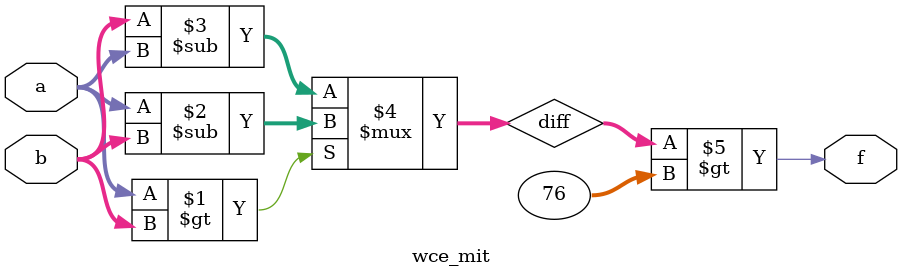
<source format=v>
module wce_mit(a, b, f);
parameter _bit = 33;
parameter wce = 76;
input [_bit - 1: 0] a;
input [_bit - 1: 0] b;
output f;
wire [_bit - 1: 0] diff;
assign diff = (a > b)? (a - b): (b - a);
assign f = (diff > wce);
endmodule

</source>
